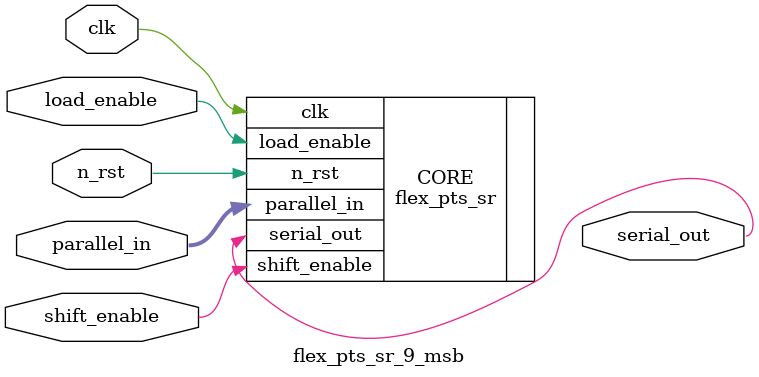
<source format=sv>

module flex_pts_sr_9_msb
(
	input wire clk,
	input wire n_rst,
	input wire shift_enable,
	input wire load_enable,
	input wire [8:0] parallel_in,
	output reg serial_out 
);

	flex_pts_sr 
	#(
		.NUM_BITS(9),
		.SHIFT_MSB(1)
	)
	CORE(
		.clk(clk),
		.n_rst(n_rst),
		.parallel_in(parallel_in),
		.shift_enable(shift_enable),
		.load_enable(load_enable),
		.serial_out(serial_out)
	);

endmodule

</source>
